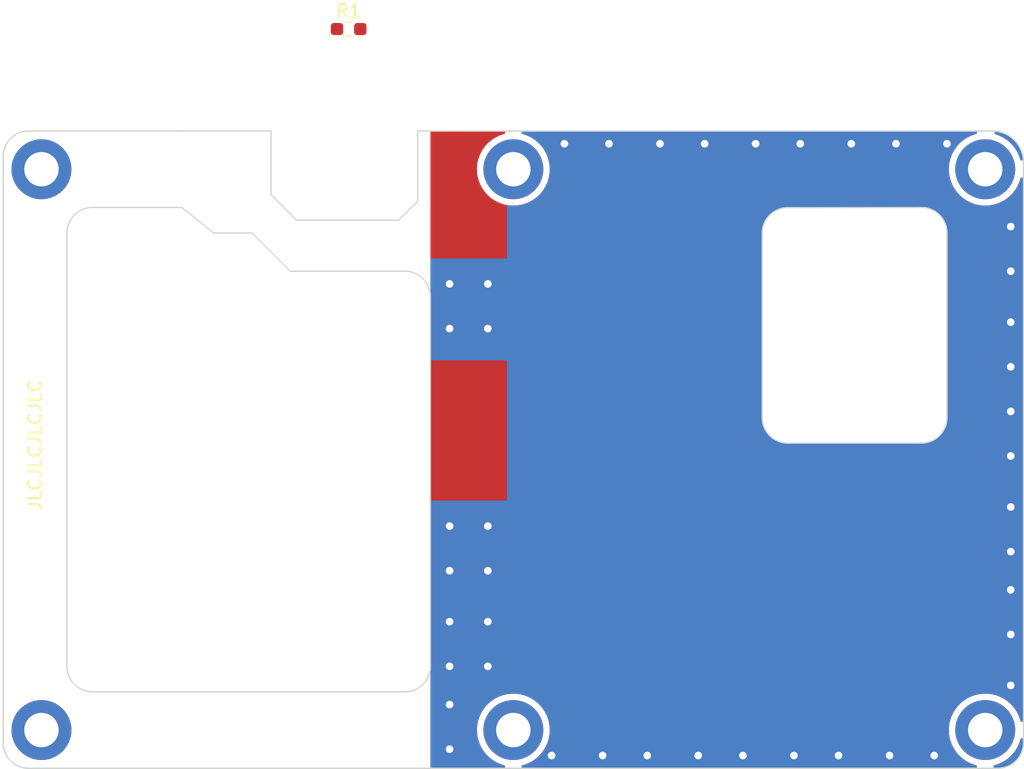
<source format=kicad_pcb>
(kicad_pcb (version 20240108) (generator "pcbnew") (generator_version "8.0")
  (layers (0 "F.Cu" signal) (31 "B.Cu" signal) (34 "B.Paste" user) (35 "F.Paste" user) (36 "B.SilkS" user "B.Silkscreen") (37 "F.SilkS" user "F.Silkscreen") (38 "B.Mask" user) (39 "F.Mask" user) (44 "Edge.Cuts" user))
  (net 0 "")
  (net 1 "GND")
  (footprint "Resistor_SMD:R_0603_1608Metric_Pad0.98x0.95mm_HandSolder" (layer "F.Cu") (at 77.0875 42)
    (property "Reference" "R1" (at 0 -1.43 0) (layer "F.SilkS"))
    (property "Value" "DNP")
    (fp_line (start -0.254724 -0.5225) (end 0.254724 -0.5225) (stroke (width 0.12)) (layer "F.SilkS"))
    (fp_line (start -0.254724 0.5225) (end 0.254724 0.5225) (stroke (width 0.12)) (layer "F.SilkS"))
    (pad "1" smd roundrect (at -0.9125 0) (size 0.975 0.95) (layers "F.Cu" "F.Paste" "F.Mask") (net 1 "GND"))
    (pad "2" smd roundrect (at 0.9125 0) (size 0.975 0.95) (layers "F.Cu" "F.Paste" "F.Mask") (net 1 "GND"))
  )
  (footprint "betaBoard:betaBoard_r2.0_outlines" (layer "F.Cu") (at 50 50)
    (property "Reference" "REF**" (hide yes))
    (property "Value" "betaBoard_r2.0_outlines" (hide yes))
    (fp_line (start 0 48) (end 0 2) (stroke (width 0.1)) (layer "Edge.Cuts"))
    (fp_line (start 2 0) (end 13.7416 0) (stroke (width 0.1)) (layer "Edge.Cuts"))
    (fp_line (start 13.7416 0) (end 21 0) (stroke (width 0.1)) (layer "Edge.Cuts"))
    (fp_line (start 37 0) (end 77.502643 0) (stroke (width 0.1)) (layer "Edge.Cuts"))
    (fp_line (start 78 50) (end 2 50) (stroke (width 0.1)) (layer "Edge.Cuts"))
    (fp_line (start 80 2.5) (end 80 48) (stroke (width 0.1)) (layer "Edge.Cuts"))
    (fp_arc (start 0 2) (mid 0.585786 0.585786) (end 2 0) (stroke (width 0.1)) (layer "Edge.Cuts"))
    (fp_arc (start 2 50) (mid 0.585786 49.414214) (end 0 48) (stroke (width 0.1)) (layer "Edge.Cuts"))
    (fp_arc (start 77.502643 0) (mid 79.285971 0.716658) (end 80.002643 2.5) (stroke (width 0.1)) (layer "Edge.Cuts"))
    (fp_arc (start 80 48) (mid 79.414214 49.414214) (end 78 50) (stroke (width 0.1)) (layer "Edge.Cuts"))
    (pad "1" thru_hole circle (at 3 3) (size 4.7 4.7) (drill 2.7) (layers "*.Cu" "*.Mask"))
    (pad "1" thru_hole circle (at 3 47) (size 4.7 4.7) (drill 2.7) (layers "*.Cu" "*.Mask"))
    (pad "1" thru_hole circle (at 40 3) (size 4.7 4.7) (drill 2.7) (layers "*.Cu" "*.Mask"))
    (pad "1" thru_hole circle (at 40 47 45) (size 4.7 4.7) (drill 2.7) (layers "*.Cu" "*.Mask"))
    (pad "1" thru_hole circle (at 77 3 45) (size 4.7 4.7) (drill 2.7) (layers "*.Cu" "*.Mask"))
    (pad "1" thru_hole circle (at 77 47 45) (size 4.7 4.7) (drill 2.7) (layers "*.Cu" "*.Mask"))
  )
  (gr_line (start 66.5 58) (end 69.5 58) (stroke (width 0.1)) (layer "Edge.Cuts"))
  (gr_arc (start 55 58) (mid 55.585786 56.585786) (end 57 56) (stroke (width 0.1)) (layer "Edge.Cuts"))
  (gr_line (start 109.514214 58.014214) (end 109.514214 72.485786) (stroke (width 0.1)) (layer "Edge.Cuts"))
  (gr_arc (start 122 56) (mid 123.414214 56.585786) (end 124 58) (stroke (width 0.1)) (layer "Edge.Cuts"))
  (gr_line (start 82.5 50) (end 87 50) (stroke (width 0.1)) (layer "Edge.Cuts"))
  (gr_line (start 73 57) (end 81 57) (stroke (width 0.1)) (layer "Edge.Cuts"))
  (gr_line (start 111.514214 74.485786) (end 122 74.485786) (stroke (width 0.1)) (layer "Edge.Cuts"))
  (gr_arc (start 83.5 92) (mid 82.914214 93.414214) (end 81.5 94) (stroke (width 0.1)) (layer "Edge.Cuts"))
  (gr_arc (start 111.514214 74.485786) (mid 110.1 73.9) (end 109.514214 72.485786) (stroke (width 0.1)) (layer "Edge.Cuts"))
  (gr_line (start 69.5 58) (end 72.5 61) (stroke (width 0.1)) (layer "Edge.Cuts"))
  (gr_line (start 122 56) (end 111.514214 56.014214) (stroke (width 0.1)) (layer "Edge.Cuts"))
  (gr_line (start 82.5 55.5) (end 82.5 50) (stroke (width 0.1)) (layer "Edge.Cuts"))
  (gr_line (start 72.5 61) (end 81.5 61) (stroke (width 0.1)) (layer "Edge.Cuts"))
  (gr_arc (start 57 94) (mid 55.585786 93.414214) (end 55 92) (stroke (width 0.1)) (layer "Edge.Cuts"))
  (gr_line (start 81 57) (end 82.5 55.5) (stroke (width 0.1)) (layer "Edge.Cuts"))
  (gr_arc (start 109.514214 58.014214) (mid 110.1 56.6) (end 111.514214 56.014214) (stroke (width 0.1)) (layer "Edge.Cuts"))
  (gr_line (start 71 55) (end 73 57) (stroke (width 0.1)) (layer "Edge.Cuts"))
  (gr_line (start 64 56) (end 66.5 58) (stroke (width 0.1)) (layer "Edge.Cuts"))
  (gr_line (start 57 56) (end 64 56) (stroke (width 0.1)) (layer "Edge.Cuts"))
  (gr_line (start 57 94) (end 81.5 94) (stroke (width 0.1)) (layer "Edge.Cuts"))
  (gr_line (start 55 58) (end 55 92) (stroke (width 0.1)) (layer "Edge.Cuts"))
  (gr_line (start 124 72.485786) (end 124 58) (stroke (width 0.1)) (layer "Edge.Cuts"))
  (gr_arc (start 124 72.485786) (mid 123.414214 73.9) (end 122 74.485786) (stroke (width 0.1)) (layer "Edge.Cuts"))
  (gr_line (start 71 50) (end 71 55) (stroke (width 0.1)) (layer "Edge.Cuts"))
  (gr_arc (start 81.5 61) (mid 82.914214 61.585786) (end 83.5 63) (stroke (width 0.1)) (layer "Edge.Cuts"))
  (gr_line (start 83.5 92) (end 83.5 63) (stroke (width 0.1)) (layer "Edge.Cuts"))
  (gr_text "JLCJLCJLCJLC" (at 53.075 79.9 90) (layer "F.SilkS") (effects (font (size 1 1)) (justify left bottom)))
  (via (at 101.5 51) (size 1) (drill 0.6) (layers "F.Cu" "B.Cu") (net 1))
  (via (at 85 65.5) (size 1) (drill 0.6) (layers "F.Cu" "B.Cu") (net 1))
  (via (at 129 61) (size 1) (drill 0.6) (layers "F.Cu" "B.Cu") (net 1))
  (via (at 129 57.5) (size 1) (drill 0.6) (layers "F.Cu" "B.Cu") (net 1))
  (via (at 119.5 99) (size 1) (drill 0.6) (layers "F.Cu" "B.Cu") (net 1))
  (via (at 85 81) (size 1) (drill 0.6) (layers "F.Cu" "B.Cu") (net 1))
  (via (at 129 93.5) (size 1) (drill 0.6) (layers "F.Cu" "B.Cu") (net 1))
  (via (at 112.5 51) (size 1) (drill 0.6) (layers "F.Cu" "B.Cu") (net 1))
  (via (at 85 95) (size 1) (drill 0.6) (layers "F.Cu" "B.Cu") (net 1))
  (via (at 123 99) (size 1) (drill 0.6) (layers "F.Cu" "B.Cu") (net 1))
  (via (at 129 75.5) (size 1) (drill 0.6) (layers "F.Cu" "B.Cu") (net 1))
  (via (at 85 84.5) (size 1) (drill 0.6) (layers "F.Cu" "B.Cu") (net 1))
  (via (at 88 84.5) (size 1) (drill 0.6) (layers "F.Cu" "B.Cu") (net 1))
  (via (at 124 51) (size 1) (drill 0.6) (layers "F.Cu" "B.Cu") (net 1))
  (via (at 100.5 99) (size 1) (drill 0.6) (layers "F.Cu" "B.Cu") (net 1))
  (via (at 116.5 51) (size 1) (drill 0.6) (layers "F.Cu" "B.Cu") (net 1))
  (via (at 109 51) (size 1) (drill 0.6) (layers "F.Cu" "B.Cu") (net 1))
  (via (at 85 62) (size 1) (drill 0.6) (layers "F.Cu" "B.Cu") (net 1))
  (via (at 88 92) (size 1) (drill 0.6) (layers "F.Cu" "B.Cu") (net 1))
  (via (at 129 65) (size 1) (drill 0.6) (layers "F.Cu" "B.Cu") (net 1))
  (via (at 85 98.5) (size 1) (drill 0.6) (layers "F.Cu" "B.Cu") (net 1))
  (via (at 85 92) (size 1) (drill 0.6) (layers "F.Cu" "B.Cu") (net 1))
  (via (at 129 68.5) (size 1) (drill 0.6) (layers "F.Cu" "B.Cu") (net 1))
  (via (at 129 89.5) (size 1) (drill 0.6) (layers "F.Cu" "B.Cu") (net 1))
  (via (at 104.5 99) (size 1) (drill 0.6) (layers "F.Cu" "B.Cu") (net 1))
  (via (at 115.5 99) (size 1) (drill 0.6) (layers "F.Cu" "B.Cu") (net 1))
  (via (at 88 81) (size 1) (drill 0.6) (layers "F.Cu" "B.Cu") (net 1))
  (via (at 85 88.5) (size 1) (drill 0.6) (layers "F.Cu" "B.Cu") (net 1))
  (via (at 112 99) (size 1) (drill 0.6) (layers "F.Cu" "B.Cu") (net 1))
  (via (at 129 86) (size 1) (drill 0.6) (layers "F.Cu" "B.Cu") (net 1))
  (via (at 94 51) (size 1) (drill 0.6) (layers "F.Cu" "B.Cu") (net 1))
  (via (at 129 83) (size 1) (drill 0.6) (layers "F.Cu" "B.Cu") (net 1))
  (via (at 88 88.5) (size 1) (drill 0.6) (layers "F.Cu" "B.Cu") (net 1))
  (via (at 129 79.5) (size 1) (drill 0.6) (layers "F.Cu" "B.Cu") (net 1))
  (via (at 129 72) (size 1) (drill 0.6) (layers "F.Cu" "B.Cu") (net 1))
  (via (at 88 62) (size 1) (drill 0.6) (layers "F.Cu" "B.Cu") (net 1))
  (via (at 108 99) (size 1) (drill 0.6) (layers "F.Cu" "B.Cu") (net 1))
  (via (at 120 51) (size 1) (drill 0.6) (layers "F.Cu" "B.Cu") (net 1))
  (via (at 97 99) (size 1) (drill 0.6) (layers "F.Cu" "B.Cu") (net 1))
  (via (at 93 99) (size 1) (drill 0.6) (layers "F.Cu" "B.Cu") (net 1))
  (via (at 88 65.5) (size 1) (drill 0.6) (layers "F.Cu" "B.Cu") (net 1))
  (via (at 105 51) (size 1) (drill 0.6) (layers "F.Cu" "B.Cu") (net 1))
  (via (at 97.5 51) (size 1) (drill 0.6) (layers "F.Cu" "B.Cu") (net 1))
  (zone (net 1) (net_name "GND") (layer "F.Cu") (priority 1) (connect_pads (clearance 0.5)) (min_thickness 0.25) (fill yes (thermal_gap 0.5) (thermal_bridge_width 0.5) (island_removal_mode 1) (island_area_min 10))
    (polygon (pts (xy 130 50) (xy 130 100) (xy 83.5 100) (xy 83.5 50)))
  )
  (zone (net 1) (net_name "GND") (layer "B.Cu") (connect_pads (clearance 0.5)) (min_thickness 0.25) (fill yes (thermal_gap 0.5) (thermal_bridge_width 0.5) (island_removal_mode 1) (island_area_min 10))
    (polygon (pts (xy 130 50) (xy 130 100) (xy 83.5 100) (xy 83.5 79) (xy 89.5 79) (xy 89.5 68) (xy 83.5 68) (xy 83.5 60) (xy 89.5 60) (xy 89.5 55.5) (xy 89.5 50)))
  )
)
</source>
